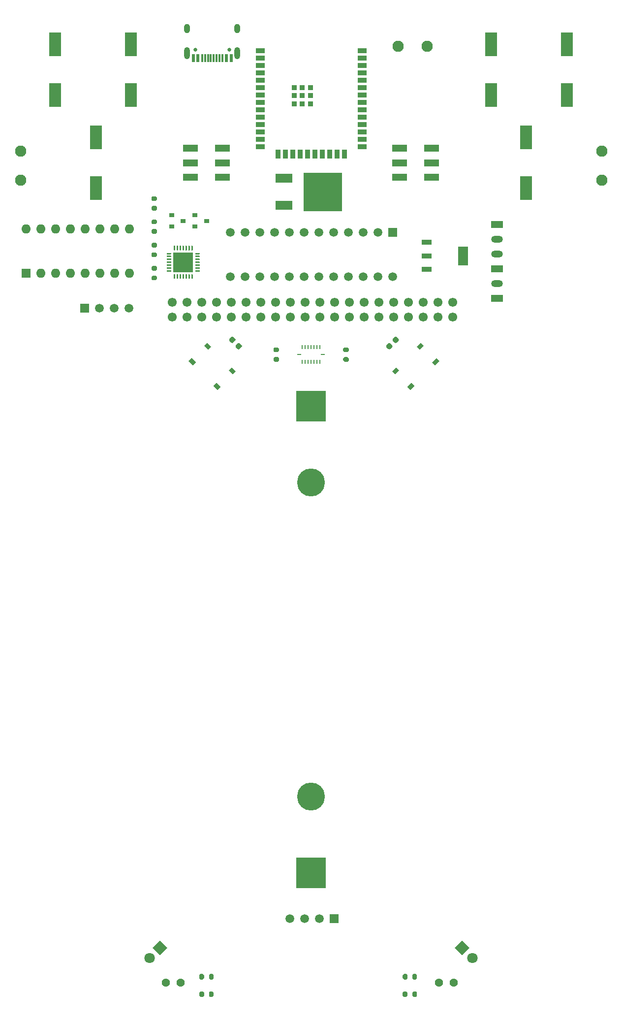
<source format=gbr>
%TF.GenerationSoftware,KiCad,Pcbnew,(5.1.9)-1*%
%TF.CreationDate,2022-05-19T12:20:13-04:00*%
%TF.ProjectId,esp32pcbbot,65737033-3270-4636-9262-6f742e6b6963,rev?*%
%TF.SameCoordinates,Original*%
%TF.FileFunction,Soldermask,Top*%
%TF.FilePolarity,Negative*%
%FSLAX46Y46*%
G04 Gerber Fmt 4.6, Leading zero omitted, Abs format (unit mm)*
G04 Created by KiCad (PCBNEW (5.1.9)-1) date 2022-05-19 12:20:13*
%MOMM*%
%LPD*%
G01*
G04 APERTURE LIST*
%ADD10R,3.000000X1.600000*%
%ADD11R,6.700000X6.700000*%
%ADD12C,4.800000*%
%ADD13R,5.120000X5.300000*%
%ADD14C,1.500000*%
%ADD15R,1.500000X1.500000*%
%ADD16C,0.100000*%
%ADD17R,2.500000X1.200000*%
%ADD18C,1.550000*%
%ADD19C,1.950000*%
%ADD20R,0.675000X0.250000*%
%ADD21R,0.250000X0.675000*%
%ADD22R,2.000000X4.100000*%
%ADD23C,1.800000*%
%ADD24R,1.750000X3.200000*%
%ADD25R,1.750000X0.950000*%
%ADD26R,0.600000X1.450000*%
%ADD27R,0.300000X1.450000*%
%ADD28O,1.000000X2.100000*%
%ADD29C,0.650000*%
%ADD30O,1.000000X1.600000*%
%ADD31O,1.600000X1.600000*%
%ADD32R,1.600000X1.600000*%
%ADD33R,3.350000X3.350000*%
%ADD34R,0.900000X0.900000*%
%ADD35R,1.500000X0.900000*%
%ADD36R,0.900000X1.500000*%
%ADD37C,1.431000*%
%ADD38R,0.900000X0.800000*%
%ADD39R,2.000000X1.200000*%
%ADD40O,2.000000X1.200000*%
G04 APERTURE END LIST*
D10*
%TO.C,VR2*%
X85350000Y-57300000D03*
D11*
X92000000Y-55000000D03*
D10*
X85350000Y-52700000D03*
%TD*%
D12*
%TO.C,U4*%
X90000000Y-159000000D03*
X90000000Y-105000000D03*
D13*
X90000000Y-172100000D03*
X90000000Y-91900000D03*
%TD*%
D14*
%TO.C,S5*%
X76060000Y-69620000D03*
X76060000Y-62000000D03*
X78600000Y-69620000D03*
X78600000Y-62000000D03*
X81140000Y-69620000D03*
X81140000Y-62000000D03*
X83680000Y-69620000D03*
X83680000Y-62000000D03*
X86220000Y-69620000D03*
X86220000Y-62000000D03*
X88760000Y-69620000D03*
X88760000Y-62000000D03*
X91300000Y-69620000D03*
X91300000Y-62000000D03*
X93840000Y-69620000D03*
X93840000Y-62000000D03*
X96380000Y-69620000D03*
X96380000Y-62000000D03*
X98920000Y-69620000D03*
X98920000Y-62000000D03*
X101460000Y-69620000D03*
X101460000Y-62000000D03*
X104000000Y-69620000D03*
D15*
X104000000Y-62000000D03*
%TD*%
D16*
%TO.C,S4*%
G36*
X112065864Y-84116117D02*
G01*
X111358758Y-84823223D01*
X110828428Y-84292893D01*
X111535534Y-83585787D01*
X112065864Y-84116117D01*
G37*
G36*
X107823223Y-88358758D02*
G01*
X107116117Y-89065864D01*
X106585787Y-88535534D01*
X107292893Y-87828428D01*
X107823223Y-88358758D01*
G37*
G36*
X109414213Y-81464466D02*
G01*
X108707107Y-82171572D01*
X108176777Y-81641242D01*
X108883883Y-80934136D01*
X109414213Y-81464466D01*
G37*
G36*
X105171572Y-85707107D02*
G01*
X104464466Y-86414213D01*
X103934136Y-85883883D01*
X104641242Y-85176777D01*
X105171572Y-85707107D01*
G37*
%TD*%
%TO.C,S3*%
G36*
X73883883Y-89065864D02*
G01*
X73176777Y-88358758D01*
X73707107Y-87828428D01*
X74414213Y-88535534D01*
X73883883Y-89065864D01*
G37*
G36*
X69641242Y-84823223D02*
G01*
X68934136Y-84116117D01*
X69464466Y-83585787D01*
X70171572Y-84292893D01*
X69641242Y-84823223D01*
G37*
G36*
X76535534Y-86414213D02*
G01*
X75828428Y-85707107D01*
X76358758Y-85176777D01*
X77065864Y-85883883D01*
X76535534Y-86414213D01*
G37*
G36*
X72292893Y-82171572D02*
G01*
X71585787Y-81464466D01*
X72116117Y-80934136D01*
X72823223Y-81641242D01*
X72292893Y-82171572D01*
G37*
%TD*%
D17*
%TO.C,S2*%
X110750000Y-47500000D03*
X110750000Y-50000000D03*
X110750000Y-52500000D03*
X105250000Y-52500000D03*
X105250000Y-50000000D03*
X105250000Y-47500000D03*
%TD*%
%TO.C,S1*%
X69250000Y-52500000D03*
X69250000Y-50000000D03*
X69250000Y-47500000D03*
X74750000Y-47500000D03*
X74750000Y-50000000D03*
X74750000Y-52500000D03*
%TD*%
D14*
%TO.C,J6*%
X58620000Y-75000000D03*
X56080000Y-75000000D03*
X53540000Y-75000000D03*
D15*
X51000000Y-75000000D03*
%TD*%
D18*
%TO.C,J5*%
X66140000Y-74000000D03*
X66140000Y-76540000D03*
X68680000Y-74000000D03*
X68680000Y-76540000D03*
X71220000Y-74000000D03*
X71220000Y-76540000D03*
X73760000Y-74000000D03*
X73760000Y-76540000D03*
X76300000Y-74000000D03*
X76300000Y-76540000D03*
X78840000Y-74000000D03*
X78840000Y-76540000D03*
X81380000Y-74000000D03*
X81380000Y-76540000D03*
X83920000Y-74000000D03*
X83920000Y-76540000D03*
X86460000Y-74000000D03*
X86460000Y-76540000D03*
X89000000Y-74000000D03*
X89000000Y-76540000D03*
X91540000Y-74000000D03*
X91540000Y-76540000D03*
X94080000Y-74000000D03*
X94080000Y-76540000D03*
X96620000Y-74000000D03*
X96620000Y-76540000D03*
X99160000Y-74000000D03*
X99160000Y-76540000D03*
X101700000Y-74000000D03*
X101700000Y-76540000D03*
X104240000Y-74000000D03*
X104240000Y-76540000D03*
X106780000Y-74000000D03*
X106780000Y-76540000D03*
X109320000Y-74000000D03*
X109320000Y-76540000D03*
X111860000Y-74000000D03*
X111860000Y-76540000D03*
X114400000Y-74000000D03*
X114400000Y-76540000D03*
%TD*%
D14*
%TO.C,J4*%
X86380000Y-180000000D03*
X88920000Y-180000000D03*
X91460000Y-180000000D03*
D15*
X94000000Y-180000000D03*
%TD*%
D19*
%TO.C,J3*%
X110000000Y-30000000D03*
X105000000Y-30000000D03*
%TD*%
%TO.C,J2*%
X40000000Y-48000000D03*
X40000000Y-53000000D03*
%TD*%
%TO.C,J1*%
X140000000Y-53000000D03*
X140000000Y-48000000D03*
%TD*%
D20*
%TO.C,IC1*%
X92012500Y-83000000D03*
D21*
X91500000Y-81737500D03*
X91000000Y-81737500D03*
X90500000Y-81737500D03*
X90000000Y-81737500D03*
X89500000Y-81737500D03*
X89000000Y-81737500D03*
X88500000Y-81737500D03*
D20*
X87987500Y-83000000D03*
D21*
X88500000Y-84262500D03*
X89000000Y-84262500D03*
X89500000Y-84262500D03*
X90000000Y-84262500D03*
X90500000Y-84262500D03*
X91000000Y-84262500D03*
X91500000Y-84262500D03*
%TD*%
D22*
%TO.C,C8*%
X127000000Y-45650000D03*
X127000000Y-54350000D03*
%TD*%
%TO.C,C7*%
X121000000Y-29650000D03*
X121000000Y-38350000D03*
%TD*%
%TO.C,C6*%
X46000000Y-29650000D03*
X46000000Y-38350000D03*
%TD*%
%TO.C,C5*%
X59000000Y-29650000D03*
X59000000Y-38350000D03*
%TD*%
%TO.C,C4*%
X134000000Y-29650000D03*
X134000000Y-38350000D03*
%TD*%
%TO.C,C3*%
X53000000Y-45650000D03*
X53000000Y-54350000D03*
%TD*%
%TO.C,C2*%
G36*
G01*
X77053033Y-81406587D02*
X77406587Y-81053033D01*
G75*
G02*
X77724785Y-81053033I159099J-159099D01*
G01*
X78042983Y-81371231D01*
G75*
G02*
X78042983Y-81689429I-159099J-159099D01*
G01*
X77689429Y-82042983D01*
G75*
G02*
X77371231Y-82042983I-159099J159099D01*
G01*
X77053033Y-81724785D01*
G75*
G02*
X77053033Y-81406587I159099J159099D01*
G01*
G37*
G36*
G01*
X75957017Y-80310571D02*
X76310571Y-79957017D01*
G75*
G02*
X76628769Y-79957017I159099J-159099D01*
G01*
X76946967Y-80275215D01*
G75*
G02*
X76946967Y-80593413I-159099J-159099D01*
G01*
X76593413Y-80946967D01*
G75*
G02*
X76275215Y-80946967I-159099J159099D01*
G01*
X75957017Y-80628769D01*
G75*
G02*
X75957017Y-80310571I159099J159099D01*
G01*
G37*
%TD*%
%TO.C,C1*%
G36*
G01*
X104406587Y-80946967D02*
X104053033Y-80593413D01*
G75*
G02*
X104053033Y-80275215I159099J159099D01*
G01*
X104371231Y-79957017D01*
G75*
G02*
X104689429Y-79957017I159099J-159099D01*
G01*
X105042983Y-80310571D01*
G75*
G02*
X105042983Y-80628769I-159099J-159099D01*
G01*
X104724785Y-80946967D01*
G75*
G02*
X104406587Y-80946967I-159099J159099D01*
G01*
G37*
G36*
G01*
X103310571Y-82042983D02*
X102957017Y-81689429D01*
G75*
G02*
X102957017Y-81371231I159099J159099D01*
G01*
X103275215Y-81053033D01*
G75*
G02*
X103593413Y-81053033I159099J-159099D01*
G01*
X103946967Y-81406587D01*
G75*
G02*
X103946967Y-81724785I-159099J-159099D01*
G01*
X103628769Y-82042983D01*
G75*
G02*
X103310571Y-82042983I-159099J159099D01*
G01*
G37*
%TD*%
D23*
%TO.C,D2*%
X62203949Y-186796051D03*
D16*
G36*
X64000000Y-183727208D02*
G01*
X65272792Y-185000000D01*
X64000000Y-186272792D01*
X62727208Y-185000000D01*
X64000000Y-183727208D01*
G37*
%TD*%
D23*
%TO.C,D1*%
X117796051Y-186796051D03*
D16*
G36*
X114727208Y-185000000D02*
G01*
X116000000Y-183727208D01*
X117272792Y-185000000D01*
X116000000Y-186272792D01*
X114727208Y-185000000D01*
G37*
%TD*%
D24*
%TO.C,VR1*%
X116150000Y-66000000D03*
D25*
X109850000Y-68300000D03*
X109850000Y-66000000D03*
X109850000Y-63700000D03*
%TD*%
D26*
%TO.C,USB1*%
X69750000Y-32045000D03*
X70550000Y-32045000D03*
X75450000Y-32045000D03*
X76250000Y-32045000D03*
X76250000Y-32045000D03*
X75450000Y-32045000D03*
X70550000Y-32045000D03*
X69750000Y-32045000D03*
D27*
X74750000Y-32045000D03*
X74250000Y-32045000D03*
X73750000Y-32045000D03*
X72750000Y-32045000D03*
X72250000Y-32045000D03*
X71750000Y-32045000D03*
X71250000Y-32045000D03*
X73250000Y-32045000D03*
D28*
X68680000Y-31130000D03*
X77320000Y-31130000D03*
D29*
X75890000Y-30600000D03*
D30*
X77320000Y-26950000D03*
D29*
X70110000Y-30600000D03*
D30*
X68680000Y-26950000D03*
%TD*%
D31*
%TO.C,U3*%
X41000000Y-61380000D03*
X58780000Y-69000000D03*
X43540000Y-61380000D03*
X56240000Y-69000000D03*
X46080000Y-61380000D03*
X53700000Y-69000000D03*
X48620000Y-61380000D03*
X51160000Y-69000000D03*
X51160000Y-61380000D03*
X48620000Y-69000000D03*
X53700000Y-61380000D03*
X46080000Y-69000000D03*
X56240000Y-61380000D03*
X43540000Y-69000000D03*
X58780000Y-61380000D03*
D32*
X41000000Y-69000000D03*
%TD*%
D33*
%TO.C,U2*%
X68000000Y-67120000D03*
G36*
G01*
X66375000Y-65007500D02*
X66375000Y-64332500D01*
G75*
G02*
X66437500Y-64270000I62500J0D01*
G01*
X66562500Y-64270000D01*
G75*
G02*
X66625000Y-64332500I0J-62500D01*
G01*
X66625000Y-65007500D01*
G75*
G02*
X66562500Y-65070000I-62500J0D01*
G01*
X66437500Y-65070000D01*
G75*
G02*
X66375000Y-65007500I0J62500D01*
G01*
G37*
G36*
G01*
X66875000Y-65007500D02*
X66875000Y-64332500D01*
G75*
G02*
X66937500Y-64270000I62500J0D01*
G01*
X67062500Y-64270000D01*
G75*
G02*
X67125000Y-64332500I0J-62500D01*
G01*
X67125000Y-65007500D01*
G75*
G02*
X67062500Y-65070000I-62500J0D01*
G01*
X66937500Y-65070000D01*
G75*
G02*
X66875000Y-65007500I0J62500D01*
G01*
G37*
G36*
G01*
X67375000Y-65007500D02*
X67375000Y-64332500D01*
G75*
G02*
X67437500Y-64270000I62500J0D01*
G01*
X67562500Y-64270000D01*
G75*
G02*
X67625000Y-64332500I0J-62500D01*
G01*
X67625000Y-65007500D01*
G75*
G02*
X67562500Y-65070000I-62500J0D01*
G01*
X67437500Y-65070000D01*
G75*
G02*
X67375000Y-65007500I0J62500D01*
G01*
G37*
G36*
G01*
X67875000Y-65007500D02*
X67875000Y-64332500D01*
G75*
G02*
X67937500Y-64270000I62500J0D01*
G01*
X68062500Y-64270000D01*
G75*
G02*
X68125000Y-64332500I0J-62500D01*
G01*
X68125000Y-65007500D01*
G75*
G02*
X68062500Y-65070000I-62500J0D01*
G01*
X67937500Y-65070000D01*
G75*
G02*
X67875000Y-65007500I0J62500D01*
G01*
G37*
G36*
G01*
X68375000Y-65007500D02*
X68375000Y-64332500D01*
G75*
G02*
X68437500Y-64270000I62500J0D01*
G01*
X68562500Y-64270000D01*
G75*
G02*
X68625000Y-64332500I0J-62500D01*
G01*
X68625000Y-65007500D01*
G75*
G02*
X68562500Y-65070000I-62500J0D01*
G01*
X68437500Y-65070000D01*
G75*
G02*
X68375000Y-65007500I0J62500D01*
G01*
G37*
G36*
G01*
X68875000Y-65007500D02*
X68875000Y-64332500D01*
G75*
G02*
X68937500Y-64270000I62500J0D01*
G01*
X69062500Y-64270000D01*
G75*
G02*
X69125000Y-64332500I0J-62500D01*
G01*
X69125000Y-65007500D01*
G75*
G02*
X69062500Y-65070000I-62500J0D01*
G01*
X68937500Y-65070000D01*
G75*
G02*
X68875000Y-65007500I0J62500D01*
G01*
G37*
G36*
G01*
X69375000Y-65007500D02*
X69375000Y-64332500D01*
G75*
G02*
X69437500Y-64270000I62500J0D01*
G01*
X69562500Y-64270000D01*
G75*
G02*
X69625000Y-64332500I0J-62500D01*
G01*
X69625000Y-65007500D01*
G75*
G02*
X69562500Y-65070000I-62500J0D01*
G01*
X69437500Y-65070000D01*
G75*
G02*
X69375000Y-65007500I0J62500D01*
G01*
G37*
G36*
G01*
X70050000Y-65682500D02*
X70050000Y-65557500D01*
G75*
G02*
X70112500Y-65495000I62500J0D01*
G01*
X70787500Y-65495000D01*
G75*
G02*
X70850000Y-65557500I0J-62500D01*
G01*
X70850000Y-65682500D01*
G75*
G02*
X70787500Y-65745000I-62500J0D01*
G01*
X70112500Y-65745000D01*
G75*
G02*
X70050000Y-65682500I0J62500D01*
G01*
G37*
G36*
G01*
X70050000Y-66182500D02*
X70050000Y-66057500D01*
G75*
G02*
X70112500Y-65995000I62500J0D01*
G01*
X70787500Y-65995000D01*
G75*
G02*
X70850000Y-66057500I0J-62500D01*
G01*
X70850000Y-66182500D01*
G75*
G02*
X70787500Y-66245000I-62500J0D01*
G01*
X70112500Y-66245000D01*
G75*
G02*
X70050000Y-66182500I0J62500D01*
G01*
G37*
G36*
G01*
X70050000Y-66682500D02*
X70050000Y-66557500D01*
G75*
G02*
X70112500Y-66495000I62500J0D01*
G01*
X70787500Y-66495000D01*
G75*
G02*
X70850000Y-66557500I0J-62500D01*
G01*
X70850000Y-66682500D01*
G75*
G02*
X70787500Y-66745000I-62500J0D01*
G01*
X70112500Y-66745000D01*
G75*
G02*
X70050000Y-66682500I0J62500D01*
G01*
G37*
G36*
G01*
X70050000Y-67182500D02*
X70050000Y-67057500D01*
G75*
G02*
X70112500Y-66995000I62500J0D01*
G01*
X70787500Y-66995000D01*
G75*
G02*
X70850000Y-67057500I0J-62500D01*
G01*
X70850000Y-67182500D01*
G75*
G02*
X70787500Y-67245000I-62500J0D01*
G01*
X70112500Y-67245000D01*
G75*
G02*
X70050000Y-67182500I0J62500D01*
G01*
G37*
G36*
G01*
X70050000Y-67682500D02*
X70050000Y-67557500D01*
G75*
G02*
X70112500Y-67495000I62500J0D01*
G01*
X70787500Y-67495000D01*
G75*
G02*
X70850000Y-67557500I0J-62500D01*
G01*
X70850000Y-67682500D01*
G75*
G02*
X70787500Y-67745000I-62500J0D01*
G01*
X70112500Y-67745000D01*
G75*
G02*
X70050000Y-67682500I0J62500D01*
G01*
G37*
G36*
G01*
X70050000Y-68182500D02*
X70050000Y-68057500D01*
G75*
G02*
X70112500Y-67995000I62500J0D01*
G01*
X70787500Y-67995000D01*
G75*
G02*
X70850000Y-68057500I0J-62500D01*
G01*
X70850000Y-68182500D01*
G75*
G02*
X70787500Y-68245000I-62500J0D01*
G01*
X70112500Y-68245000D01*
G75*
G02*
X70050000Y-68182500I0J62500D01*
G01*
G37*
G36*
G01*
X70050000Y-68682500D02*
X70050000Y-68557500D01*
G75*
G02*
X70112500Y-68495000I62500J0D01*
G01*
X70787500Y-68495000D01*
G75*
G02*
X70850000Y-68557500I0J-62500D01*
G01*
X70850000Y-68682500D01*
G75*
G02*
X70787500Y-68745000I-62500J0D01*
G01*
X70112500Y-68745000D01*
G75*
G02*
X70050000Y-68682500I0J62500D01*
G01*
G37*
G36*
G01*
X69375000Y-69907500D02*
X69375000Y-69232500D01*
G75*
G02*
X69437500Y-69170000I62500J0D01*
G01*
X69562500Y-69170000D01*
G75*
G02*
X69625000Y-69232500I0J-62500D01*
G01*
X69625000Y-69907500D01*
G75*
G02*
X69562500Y-69970000I-62500J0D01*
G01*
X69437500Y-69970000D01*
G75*
G02*
X69375000Y-69907500I0J62500D01*
G01*
G37*
G36*
G01*
X68875000Y-69907500D02*
X68875000Y-69232500D01*
G75*
G02*
X68937500Y-69170000I62500J0D01*
G01*
X69062500Y-69170000D01*
G75*
G02*
X69125000Y-69232500I0J-62500D01*
G01*
X69125000Y-69907500D01*
G75*
G02*
X69062500Y-69970000I-62500J0D01*
G01*
X68937500Y-69970000D01*
G75*
G02*
X68875000Y-69907500I0J62500D01*
G01*
G37*
G36*
G01*
X68375000Y-69907500D02*
X68375000Y-69232500D01*
G75*
G02*
X68437500Y-69170000I62500J0D01*
G01*
X68562500Y-69170000D01*
G75*
G02*
X68625000Y-69232500I0J-62500D01*
G01*
X68625000Y-69907500D01*
G75*
G02*
X68562500Y-69970000I-62500J0D01*
G01*
X68437500Y-69970000D01*
G75*
G02*
X68375000Y-69907500I0J62500D01*
G01*
G37*
G36*
G01*
X67875000Y-69907500D02*
X67875000Y-69232500D01*
G75*
G02*
X67937500Y-69170000I62500J0D01*
G01*
X68062500Y-69170000D01*
G75*
G02*
X68125000Y-69232500I0J-62500D01*
G01*
X68125000Y-69907500D01*
G75*
G02*
X68062500Y-69970000I-62500J0D01*
G01*
X67937500Y-69970000D01*
G75*
G02*
X67875000Y-69907500I0J62500D01*
G01*
G37*
G36*
G01*
X67375000Y-69907500D02*
X67375000Y-69232500D01*
G75*
G02*
X67437500Y-69170000I62500J0D01*
G01*
X67562500Y-69170000D01*
G75*
G02*
X67625000Y-69232500I0J-62500D01*
G01*
X67625000Y-69907500D01*
G75*
G02*
X67562500Y-69970000I-62500J0D01*
G01*
X67437500Y-69970000D01*
G75*
G02*
X67375000Y-69907500I0J62500D01*
G01*
G37*
G36*
G01*
X66875000Y-69907500D02*
X66875000Y-69232500D01*
G75*
G02*
X66937500Y-69170000I62500J0D01*
G01*
X67062500Y-69170000D01*
G75*
G02*
X67125000Y-69232500I0J-62500D01*
G01*
X67125000Y-69907500D01*
G75*
G02*
X67062500Y-69970000I-62500J0D01*
G01*
X66937500Y-69970000D01*
G75*
G02*
X66875000Y-69907500I0J62500D01*
G01*
G37*
G36*
G01*
X66375000Y-69907500D02*
X66375000Y-69232500D01*
G75*
G02*
X66437500Y-69170000I62500J0D01*
G01*
X66562500Y-69170000D01*
G75*
G02*
X66625000Y-69232500I0J-62500D01*
G01*
X66625000Y-69907500D01*
G75*
G02*
X66562500Y-69970000I-62500J0D01*
G01*
X66437500Y-69970000D01*
G75*
G02*
X66375000Y-69907500I0J62500D01*
G01*
G37*
G36*
G01*
X65150000Y-68682500D02*
X65150000Y-68557500D01*
G75*
G02*
X65212500Y-68495000I62500J0D01*
G01*
X65887500Y-68495000D01*
G75*
G02*
X65950000Y-68557500I0J-62500D01*
G01*
X65950000Y-68682500D01*
G75*
G02*
X65887500Y-68745000I-62500J0D01*
G01*
X65212500Y-68745000D01*
G75*
G02*
X65150000Y-68682500I0J62500D01*
G01*
G37*
G36*
G01*
X65150000Y-68182500D02*
X65150000Y-68057500D01*
G75*
G02*
X65212500Y-67995000I62500J0D01*
G01*
X65887500Y-67995000D01*
G75*
G02*
X65950000Y-68057500I0J-62500D01*
G01*
X65950000Y-68182500D01*
G75*
G02*
X65887500Y-68245000I-62500J0D01*
G01*
X65212500Y-68245000D01*
G75*
G02*
X65150000Y-68182500I0J62500D01*
G01*
G37*
G36*
G01*
X65150000Y-67682500D02*
X65150000Y-67557500D01*
G75*
G02*
X65212500Y-67495000I62500J0D01*
G01*
X65887500Y-67495000D01*
G75*
G02*
X65950000Y-67557500I0J-62500D01*
G01*
X65950000Y-67682500D01*
G75*
G02*
X65887500Y-67745000I-62500J0D01*
G01*
X65212500Y-67745000D01*
G75*
G02*
X65150000Y-67682500I0J62500D01*
G01*
G37*
G36*
G01*
X65150000Y-67182500D02*
X65150000Y-67057500D01*
G75*
G02*
X65212500Y-66995000I62500J0D01*
G01*
X65887500Y-66995000D01*
G75*
G02*
X65950000Y-67057500I0J-62500D01*
G01*
X65950000Y-67182500D01*
G75*
G02*
X65887500Y-67245000I-62500J0D01*
G01*
X65212500Y-67245000D01*
G75*
G02*
X65150000Y-67182500I0J62500D01*
G01*
G37*
G36*
G01*
X65150000Y-66682500D02*
X65150000Y-66557500D01*
G75*
G02*
X65212500Y-66495000I62500J0D01*
G01*
X65887500Y-66495000D01*
G75*
G02*
X65950000Y-66557500I0J-62500D01*
G01*
X65950000Y-66682500D01*
G75*
G02*
X65887500Y-66745000I-62500J0D01*
G01*
X65212500Y-66745000D01*
G75*
G02*
X65150000Y-66682500I0J62500D01*
G01*
G37*
G36*
G01*
X65150000Y-66182500D02*
X65150000Y-66057500D01*
G75*
G02*
X65212500Y-65995000I62500J0D01*
G01*
X65887500Y-65995000D01*
G75*
G02*
X65950000Y-66057500I0J-62500D01*
G01*
X65950000Y-66182500D01*
G75*
G02*
X65887500Y-66245000I-62500J0D01*
G01*
X65212500Y-66245000D01*
G75*
G02*
X65150000Y-66182500I0J62500D01*
G01*
G37*
G36*
G01*
X65150000Y-65682500D02*
X65150000Y-65557500D01*
G75*
G02*
X65212500Y-65495000I62500J0D01*
G01*
X65887500Y-65495000D01*
G75*
G02*
X65950000Y-65557500I0J-62500D01*
G01*
X65950000Y-65682500D01*
G75*
G02*
X65887500Y-65745000I-62500J0D01*
G01*
X65212500Y-65745000D01*
G75*
G02*
X65150000Y-65682500I0J62500D01*
G01*
G37*
%TD*%
D34*
%TO.C,U1*%
X87100000Y-39860000D03*
X87100000Y-38460000D03*
X87100000Y-37060000D03*
X88500000Y-37060000D03*
X89900000Y-37060000D03*
X89900000Y-38460000D03*
X89900000Y-39860000D03*
X88500000Y-39860000D03*
X88500000Y-38460000D03*
D35*
X98750000Y-30740000D03*
X98750000Y-32010000D03*
X98750000Y-33280000D03*
X98750000Y-34550000D03*
X98750000Y-35820000D03*
X98750000Y-37090000D03*
X98750000Y-38360000D03*
X98750000Y-39630000D03*
X98750000Y-40900000D03*
X98750000Y-42170000D03*
X98750000Y-43440000D03*
X98750000Y-44710000D03*
X98750000Y-45980000D03*
X98750000Y-47250000D03*
D36*
X95720000Y-48500000D03*
X94450000Y-48500000D03*
X93180000Y-48500000D03*
X91910000Y-48500000D03*
X90640000Y-48500000D03*
X89370000Y-48500000D03*
X88100000Y-48500000D03*
X86830000Y-48500000D03*
X85560000Y-48500000D03*
X84290000Y-48500000D03*
D35*
X81250000Y-47250000D03*
X81250000Y-45980000D03*
X81250000Y-44710000D03*
X81250000Y-43440000D03*
X81250000Y-42170000D03*
X81250000Y-40900000D03*
X81250000Y-39630000D03*
X81250000Y-38360000D03*
X81250000Y-37090000D03*
X81250000Y-35820000D03*
X81250000Y-34550000D03*
X81250000Y-33280000D03*
X81250000Y-32010000D03*
X81250000Y-30740000D03*
%TD*%
%TO.C,R10*%
G36*
G01*
X107425000Y-190275000D02*
X107425000Y-189725000D01*
G75*
G02*
X107625000Y-189525000I200000J0D01*
G01*
X108025000Y-189525000D01*
G75*
G02*
X108225000Y-189725000I0J-200000D01*
G01*
X108225000Y-190275000D01*
G75*
G02*
X108025000Y-190475000I-200000J0D01*
G01*
X107625000Y-190475000D01*
G75*
G02*
X107425000Y-190275000I0J200000D01*
G01*
G37*
G36*
G01*
X105775000Y-190275000D02*
X105775000Y-189725000D01*
G75*
G02*
X105975000Y-189525000I200000J0D01*
G01*
X106375000Y-189525000D01*
G75*
G02*
X106575000Y-189725000I0J-200000D01*
G01*
X106575000Y-190275000D01*
G75*
G02*
X106375000Y-190475000I-200000J0D01*
G01*
X105975000Y-190475000D01*
G75*
G02*
X105775000Y-190275000I0J200000D01*
G01*
G37*
%TD*%
%TO.C,R9*%
G36*
G01*
X107425000Y-193275000D02*
X107425000Y-192725000D01*
G75*
G02*
X107625000Y-192525000I200000J0D01*
G01*
X108025000Y-192525000D01*
G75*
G02*
X108225000Y-192725000I0J-200000D01*
G01*
X108225000Y-193275000D01*
G75*
G02*
X108025000Y-193475000I-200000J0D01*
G01*
X107625000Y-193475000D01*
G75*
G02*
X107425000Y-193275000I0J200000D01*
G01*
G37*
G36*
G01*
X105775000Y-193275000D02*
X105775000Y-192725000D01*
G75*
G02*
X105975000Y-192525000I200000J0D01*
G01*
X106375000Y-192525000D01*
G75*
G02*
X106575000Y-192725000I0J-200000D01*
G01*
X106575000Y-193275000D01*
G75*
G02*
X106375000Y-193475000I-200000J0D01*
G01*
X105975000Y-193475000D01*
G75*
G02*
X105775000Y-193275000I0J200000D01*
G01*
G37*
%TD*%
%TO.C,R8*%
G36*
G01*
X72425000Y-190275000D02*
X72425000Y-189725000D01*
G75*
G02*
X72625000Y-189525000I200000J0D01*
G01*
X73025000Y-189525000D01*
G75*
G02*
X73225000Y-189725000I0J-200000D01*
G01*
X73225000Y-190275000D01*
G75*
G02*
X73025000Y-190475000I-200000J0D01*
G01*
X72625000Y-190475000D01*
G75*
G02*
X72425000Y-190275000I0J200000D01*
G01*
G37*
G36*
G01*
X70775000Y-190275000D02*
X70775000Y-189725000D01*
G75*
G02*
X70975000Y-189525000I200000J0D01*
G01*
X71375000Y-189525000D01*
G75*
G02*
X71575000Y-189725000I0J-200000D01*
G01*
X71575000Y-190275000D01*
G75*
G02*
X71375000Y-190475000I-200000J0D01*
G01*
X70975000Y-190475000D01*
G75*
G02*
X70775000Y-190275000I0J200000D01*
G01*
G37*
%TD*%
%TO.C,R7*%
G36*
G01*
X72425000Y-193275000D02*
X72425000Y-192725000D01*
G75*
G02*
X72625000Y-192525000I200000J0D01*
G01*
X73025000Y-192525000D01*
G75*
G02*
X73225000Y-192725000I0J-200000D01*
G01*
X73225000Y-193275000D01*
G75*
G02*
X73025000Y-193475000I-200000J0D01*
G01*
X72625000Y-193475000D01*
G75*
G02*
X72425000Y-193275000I0J200000D01*
G01*
G37*
G36*
G01*
X70775000Y-193275000D02*
X70775000Y-192725000D01*
G75*
G02*
X70975000Y-192525000I200000J0D01*
G01*
X71375000Y-192525000D01*
G75*
G02*
X71575000Y-192725000I0J-200000D01*
G01*
X71575000Y-193275000D01*
G75*
G02*
X71375000Y-193475000I-200000J0D01*
G01*
X70975000Y-193475000D01*
G75*
G02*
X70775000Y-193275000I0J200000D01*
G01*
G37*
%TD*%
%TO.C,R6*%
G36*
G01*
X96275000Y-82575000D02*
X95725000Y-82575000D01*
G75*
G02*
X95525000Y-82375000I0J200000D01*
G01*
X95525000Y-81975000D01*
G75*
G02*
X95725000Y-81775000I200000J0D01*
G01*
X96275000Y-81775000D01*
G75*
G02*
X96475000Y-81975000I0J-200000D01*
G01*
X96475000Y-82375000D01*
G75*
G02*
X96275000Y-82575000I-200000J0D01*
G01*
G37*
G36*
G01*
X96275000Y-84225000D02*
X95725000Y-84225000D01*
G75*
G02*
X95525000Y-84025000I0J200000D01*
G01*
X95525000Y-83625000D01*
G75*
G02*
X95725000Y-83425000I200000J0D01*
G01*
X96275000Y-83425000D01*
G75*
G02*
X96475000Y-83625000I0J-200000D01*
G01*
X96475000Y-84025000D01*
G75*
G02*
X96275000Y-84225000I-200000J0D01*
G01*
G37*
%TD*%
%TO.C,R5*%
G36*
G01*
X83725000Y-83425000D02*
X84275000Y-83425000D01*
G75*
G02*
X84475000Y-83625000I0J-200000D01*
G01*
X84475000Y-84025000D01*
G75*
G02*
X84275000Y-84225000I-200000J0D01*
G01*
X83725000Y-84225000D01*
G75*
G02*
X83525000Y-84025000I0J200000D01*
G01*
X83525000Y-83625000D01*
G75*
G02*
X83725000Y-83425000I200000J0D01*
G01*
G37*
G36*
G01*
X83725000Y-81775000D02*
X84275000Y-81775000D01*
G75*
G02*
X84475000Y-81975000I0J-200000D01*
G01*
X84475000Y-82375000D01*
G75*
G02*
X84275000Y-82575000I-200000J0D01*
G01*
X83725000Y-82575000D01*
G75*
G02*
X83525000Y-82375000I0J200000D01*
G01*
X83525000Y-81975000D01*
G75*
G02*
X83725000Y-81775000I200000J0D01*
G01*
G37*
%TD*%
%TO.C,R4*%
G36*
G01*
X62725000Y-57425000D02*
X63275000Y-57425000D01*
G75*
G02*
X63475000Y-57625000I0J-200000D01*
G01*
X63475000Y-58025000D01*
G75*
G02*
X63275000Y-58225000I-200000J0D01*
G01*
X62725000Y-58225000D01*
G75*
G02*
X62525000Y-58025000I0J200000D01*
G01*
X62525000Y-57625000D01*
G75*
G02*
X62725000Y-57425000I200000J0D01*
G01*
G37*
G36*
G01*
X62725000Y-55775000D02*
X63275000Y-55775000D01*
G75*
G02*
X63475000Y-55975000I0J-200000D01*
G01*
X63475000Y-56375000D01*
G75*
G02*
X63275000Y-56575000I-200000J0D01*
G01*
X62725000Y-56575000D01*
G75*
G02*
X62525000Y-56375000I0J200000D01*
G01*
X62525000Y-55975000D01*
G75*
G02*
X62725000Y-55775000I200000J0D01*
G01*
G37*
%TD*%
%TO.C,R3*%
G36*
G01*
X62725000Y-61425000D02*
X63275000Y-61425000D01*
G75*
G02*
X63475000Y-61625000I0J-200000D01*
G01*
X63475000Y-62025000D01*
G75*
G02*
X63275000Y-62225000I-200000J0D01*
G01*
X62725000Y-62225000D01*
G75*
G02*
X62525000Y-62025000I0J200000D01*
G01*
X62525000Y-61625000D01*
G75*
G02*
X62725000Y-61425000I200000J0D01*
G01*
G37*
G36*
G01*
X62725000Y-59775000D02*
X63275000Y-59775000D01*
G75*
G02*
X63475000Y-59975000I0J-200000D01*
G01*
X63475000Y-60375000D01*
G75*
G02*
X63275000Y-60575000I-200000J0D01*
G01*
X62725000Y-60575000D01*
G75*
G02*
X62525000Y-60375000I0J200000D01*
G01*
X62525000Y-59975000D01*
G75*
G02*
X62725000Y-59775000I200000J0D01*
G01*
G37*
%TD*%
%TO.C,R2*%
G36*
G01*
X62725000Y-65425000D02*
X63275000Y-65425000D01*
G75*
G02*
X63475000Y-65625000I0J-200000D01*
G01*
X63475000Y-66025000D01*
G75*
G02*
X63275000Y-66225000I-200000J0D01*
G01*
X62725000Y-66225000D01*
G75*
G02*
X62525000Y-66025000I0J200000D01*
G01*
X62525000Y-65625000D01*
G75*
G02*
X62725000Y-65425000I200000J0D01*
G01*
G37*
G36*
G01*
X62725000Y-63775000D02*
X63275000Y-63775000D01*
G75*
G02*
X63475000Y-63975000I0J-200000D01*
G01*
X63475000Y-64375000D01*
G75*
G02*
X63275000Y-64575000I-200000J0D01*
G01*
X62725000Y-64575000D01*
G75*
G02*
X62525000Y-64375000I0J200000D01*
G01*
X62525000Y-63975000D01*
G75*
G02*
X62725000Y-63775000I200000J0D01*
G01*
G37*
%TD*%
%TO.C,R1*%
G36*
G01*
X62725000Y-69425000D02*
X63275000Y-69425000D01*
G75*
G02*
X63475000Y-69625000I0J-200000D01*
G01*
X63475000Y-70025000D01*
G75*
G02*
X63275000Y-70225000I-200000J0D01*
G01*
X62725000Y-70225000D01*
G75*
G02*
X62525000Y-70025000I0J200000D01*
G01*
X62525000Y-69625000D01*
G75*
G02*
X62725000Y-69425000I200000J0D01*
G01*
G37*
G36*
G01*
X62725000Y-67775000D02*
X63275000Y-67775000D01*
G75*
G02*
X63475000Y-67975000I0J-200000D01*
G01*
X63475000Y-68375000D01*
G75*
G02*
X63275000Y-68575000I-200000J0D01*
G01*
X62725000Y-68575000D01*
G75*
G02*
X62525000Y-68375000I0J200000D01*
G01*
X62525000Y-67975000D01*
G75*
G02*
X62725000Y-67775000I200000J0D01*
G01*
G37*
%TD*%
D37*
%TO.C,Q4*%
X67540000Y-191000000D03*
X65000000Y-191000000D03*
%TD*%
%TO.C,Q3*%
X114540000Y-191000000D03*
X112000000Y-191000000D03*
%TD*%
D38*
%TO.C,Q2*%
X68000000Y-60000000D03*
X66000000Y-60950000D03*
X66000000Y-59050000D03*
%TD*%
%TO.C,Q1*%
X72000000Y-60000000D03*
X70000000Y-60950000D03*
X70000000Y-59050000D03*
%TD*%
D39*
%TO.C,B1*%
X122000000Y-73350000D03*
D40*
X122000000Y-70810000D03*
D39*
X122000000Y-68270000D03*
D40*
X122000000Y-65730000D03*
X122000000Y-63190000D03*
D39*
X122000000Y-60650000D03*
%TD*%
M02*

</source>
